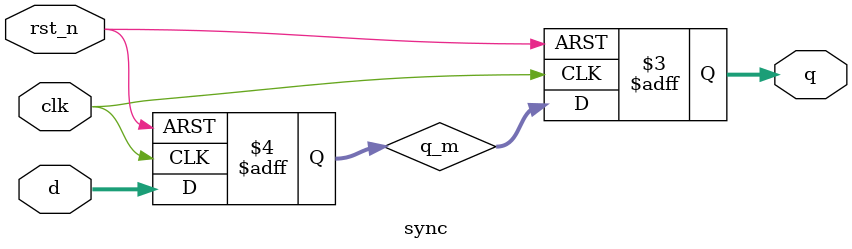
<source format=v>
module sync #(
parameter SIZE = 4
)
(
input [SIZE-1:0] d,
input clk,
input rst_n,
output reg [SIZE-1:0] q
);
reg [SIZE-1:0] q_m;

always @(posedge clk, negedge rst_n) begin
if(!rst_n) begin 
q <= 0;
q_m <= 0;
end
else begin
q_m <= d;
q <= q_m;
end

end

endmodule

</source>
